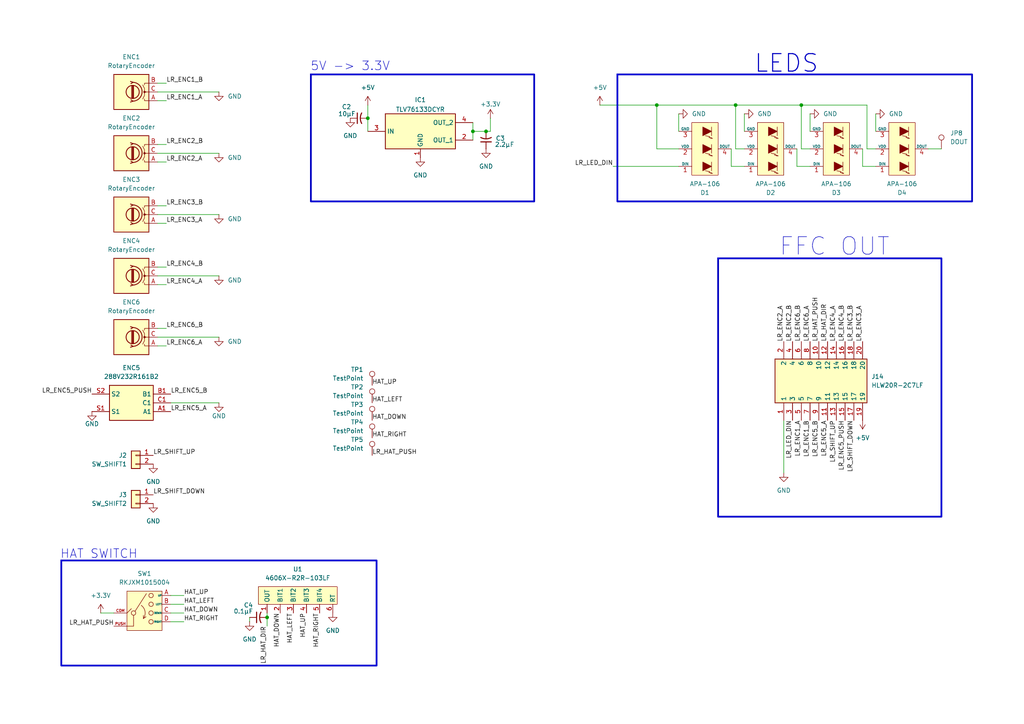
<source format=kicad_sch>
(kicad_sch (version 20250114) (generator "eeschema") (generator_version "9.0")
  (paper "A4")
  (lib_symbols
    (symbol "Connector:TestPoint" (pin_numbers (hide yes)) (pin_names (offset 0.762) (hide yes))
      (property "Reference" "TP" (at 0 6.858 0))
      (property "Value" "TestPoint" (at 0 5.08 0))
      (symbol "TestPoint_0_1"
        (circle (center 0 3.302) (radius 0.762))
      )
      (symbol "TestPoint_1_1"
        (pin passive line (at 0 0 90) (length 2.54) (name "1") (number "1"))
      )
    )
    (symbol "Connector_Generic:Conn_01x02" (pin_names (offset 1.016) (hide yes))
      (property "Reference" "J" (at 0 2.54 0))
      (property "Value" "Conn_01x02" (at 0 -5.08 0))
      (symbol "Conn_01x02_1_1"
        (rectangle (start -1.27 1.27) (end 1.27 -3.81) (stroke (width 0.254)) (fill (type background)))
        (rectangle (start -1.27 0.127) (end 0 -0.127) (stroke (width 0.1524)))
        (rectangle (start -1.27 -2.413) (end 0 -2.667) (stroke (width 0.1524)))
        (pin passive line (at -5.08 0 0) (length 3.81) (name "Pin_1") (number "1"))
        (pin passive line (at -5.08 -2.54 0) (length 3.81) (name "Pin_2") (number "2"))
      )
    )
    (symbol "Device:C_Small_US" (pin_numbers (hide yes)) (pin_names (offset 0.254) (hide yes))
      (property "Reference" "C" (at 0.254 1.778 0))
      (property "Value" "C_Small_US" (at 0.254 -2.032 0))
      (symbol "C_Small_US_0_1"
        (polyline (pts (xy -1.524 0.508) (xy 1.524 0.508)) (stroke (width 0.3048)))
        (arc (start -1.524 -0.762) (mid 0 -0.3734) (end 1.524 -0.762) (stroke (width 0.3048)))
      )
      (symbol "C_Small_US_1_1"
        (pin passive line (at 0 2.54 270) (length 2.032) (name "~") (number "1"))
        (pin passive line (at 0 -2.54 90) (length 2.032) (name "~") (number "2"))
      )
    )
    (symbol "Device:RotaryEncoder" (pin_names (offset 0.254) (hide yes))
      (property "Reference" "SW" (at 0 6.604 0))
      (property "Value" "RotaryEncoder" (at 0 -6.604 0))
      (symbol "RotaryEncoder_0_1"
        (rectangle (start -5.08 5.08) (end 5.08 -5.08) (stroke (width 0.254)) (fill (type background)))
        (polyline (pts (xy -5.08 2.54) (xy -3.81 2.54) (xy -3.81 2.032)))
        (polyline (pts (xy -5.08 0) (xy -3.81 0) (xy -3.81 -1.016) (xy -3.302 -2.032)))
        (polyline (pts (xy -5.08 -2.54) (xy -3.81 -2.54) (xy -3.81 -2.032)))
        (polyline (pts (xy -4.318 0) (xy -3.81 0) (xy -3.81 1.016) (xy -3.302 2.032)))
        (circle (center -3.81 0) (radius 0.254) (fill (type outline)))
        (polyline (pts (xy -0.635 -1.778) (xy -0.635 1.778)) (stroke (width 0.254)))
        (circle (center -0.381 0) (radius 1.905) (stroke (width 0.254)))
        (polyline (pts (xy -0.381 -1.778) (xy -0.381 1.778)) (stroke (width 0.254)))
        (arc (start -0.381 -2.794) (mid -3.0988 -0.0635) (end -0.381 2.667) (stroke (width 0.254)))
        (polyline (pts (xy -0.127 1.778) (xy -0.127 -1.778)) (stroke (width 0.254)))
        (polyline (pts (xy 0.254 2.921) (xy -0.508 2.667) (xy 0.127 2.286)) (stroke (width 0.254)))
        (polyline (pts (xy 0.254 -3.048) (xy -0.508 -2.794) (xy 0.127 -2.413)) (stroke (width 0.254)))
      )
      (symbol "RotaryEncoder_1_1"
        (pin passive line (at -7.62 2.54 0) (length 2.54) (name "A") (number "A"))
        (pin passive line (at -7.62 0 0) (length 2.54) (name "C") (number "C"))
        (pin passive line (at -7.62 -2.54 0) (length 2.54) (name "B") (number "B"))
      )
    )
    (symbol "SamacSys_Parts:288V232R161B2"
      (property "Reference" "IC" (at 10.668 6.35 0))
      (property "Value" "288V232R161B2" (at 3.556 4.572 0))
      (symbol "288V232R161B2_1_1"
        (rectangle (start 5.08 2.54) (end 17.78 -7.62) (stroke (width 0.254)) (fill (type background)))
        (pin passive line (at 0 0 0) (length 5.08) (name "A1") (number "A1"))
        (pin passive line (at 0 -2.54 0) (length 5.08) (name "C1") (number "C1"))
        (pin passive line (at 0 -5.08 0) (length 5.08) (name "B1") (number "B1"))
        (pin passive line (at 22.86 0 180) (length 5.08) (name "S1") (number "S1"))
        (pin passive line (at 22.86 -5.08 180) (length 5.08) (name "S2") (number "S2"))
      )
    )
    (symbol "SamacSys_Parts:4606X-R2R-103LF"
      (property "Reference" "U" (at 0 5.842 0))
      (property "Value" "4606X-R2R-103LF" (at 0 3.81 0))
      (symbol "4606X-R2R-103LF_0_1"
        (rectangle (start -11.43 2.54) (end 11.43 -2.54) (fill (type background)))
      )
      (symbol "4606X-R2R-103LF_1_1"
        (pin output line (at -8.89 -5.08 90) (length 2.54) (name "OUT") (number "1"))
        (pin input line (at -5.08 -5.08 90) (length 2.54) (name "BIT1") (number "2"))
        (pin input line (at -1.27 -5.08 90) (length 2.54) (name "BIT2") (number "3"))
        (pin input line (at 2.54 -5.08 90) (length 2.54) (name "BIT3") (number "4"))
        (pin input line (at 6.35 -5.08 90) (length 2.54) (name "BIT4") (number "5"))
        (pin passive line (at 10.16 -5.08 90) (length 2.54) (name "RT") (number "6"))
      )
    )
    (symbol "SamacSys_Parts:APA-106" (pin_names (offset 0))
      (property "Reference" "D" (at 0 8.89 0))
      (property "Value" "APA-106" (at 0 -8.89 0))
      (symbol "APA-106_0_1"
        (polyline (pts (xy -1.905 6.35) (xy -1.905 3.81) (xy -1.905 3.81)))
        (polyline (pts (xy -1.905 1.27) (xy -1.905 -1.27) (xy -1.905 -1.27)))
        (polyline (pts (xy -1.905 -3.81) (xy -1.905 -6.35) (xy -1.905 -6.35)))
        (polyline (pts (xy -1.651 7.112) (xy -2.159 7.112) (xy -1.651 6.858) (xy -1.651 6.858)))
        (polyline (pts (xy -1.651 2.032) (xy -2.159 2.032) (xy -1.651 1.778) (xy -1.651 1.778)))
        (polyline (pts (xy -1.651 -3.048) (xy -2.159 -3.048) (xy -1.651 -3.302) (xy -1.651 -3.302)))
        (polyline (pts (xy -0.127 6.35) (xy -1.397 6.604) (xy -1.143 6.858) (xy -2.159 7.112) (xy -2.159 7.112) (xy -2.159 7.112)))
        (polyline (pts (xy -0.127 1.27) (xy -1.397 1.524) (xy -1.143 1.778) (xy -2.159 2.032) (xy -2.159 2.032) (xy -2.159 2.032)))
        (polyline (pts (xy -0.127 -3.81) (xy -1.397 -3.556) (xy -1.143 -3.302) (xy -2.159 -3.048) (xy -2.159 -3.048) (xy -2.159 -3.048)))
        (polyline (pts (xy 0.635 6.35) (xy 0.635 3.81) (xy -1.905 5.08) (xy 0.635 6.35) (xy 0.635 6.35) (xy 0.635 6.35)) (fill (type outline)))
        (polyline (pts (xy 0.635 1.27) (xy 0.635 -1.27) (xy -1.905 0) (xy 0.635 1.27) (xy 0.635 1.27) (xy 0.635 1.27)) (fill (type outline)))
        (polyline (pts (xy 0.635 -3.81) (xy 0.635 -6.35) (xy -1.905 -5.08) (xy 0.635 -3.81) (xy 0.635 -3.81) (xy 0.635 -3.81)) (fill (type outline)))
        (rectangle (start 3.81 7.62) (end -3.81 -7.62) (fill (type background)))
      )
      (symbol "APA-106_1_1"
        (pin output line (at -7.62 0 0) (length 3.81) (name "DOUT") (number "4"))
        (pin input line (at 7.62 5.08 180) (length 3.81) (name "DIN") (number "1"))
        (pin passive line (at 7.62 0 180) (length 3.81) (name "VDD") (number "2"))
        (pin passive line (at 7.62 -5.08 180) (length 3.81) (name "GND") (number "3"))
      )
    )
    (symbol "SamacSys_Parts:HLW20R-2C7LF"
      (property "Reference" "J" (at 9.398 7.112 0))
      (property "Value" "HLW20R-2C7LF" (at 4.064 4.826 0))
      (symbol "HLW20R-2C7LF_1_1"
        (rectangle (start 5.08 2.54) (end 17.78 -24.13) (stroke (width 0.254)) (fill (type background)))
        (pin passive line (at 0 0 0) (length 5.08) (name "1") (number "1"))
        (pin passive line (at 0 -2.54 0) (length 5.08) (name "3") (number "3"))
        (pin passive line (at 0 -5.08 0) (length 5.08) (name "5") (number "5"))
        (pin passive line (at 0 -7.62 0) (length 5.08) (name "7") (number "7"))
        (pin passive line (at 0 -10.16 0) (length 5.08) (name "9") (number "9"))
        (pin passive line (at 0 -12.7 0) (length 5.08) (name "11") (number "11"))
        (pin passive line (at 0 -15.24 0) (length 5.08) (name "13") (number "13"))
        (pin passive line (at 0 -17.78 0) (length 5.08) (name "15") (number "15"))
        (pin input line (at 0 -20.32 0) (length 5.08) (name "17") (number "17"))
        (pin input line (at 0 -22.86 0) (length 5.08) (name "19") (number "19"))
        (pin passive line (at 22.86 0 180) (length 5.08) (name "2") (number "2"))
        (pin passive line (at 22.86 -2.54 180) (length 5.08) (name "4") (number "4"))
        (pin passive line (at 22.86 -5.08 180) (length 5.08) (name "6") (number "6"))
        (pin passive line (at 22.86 -7.62 180) (length 5.08) (name "8") (number "8"))
        (pin passive line (at 22.86 -10.16 180) (length 5.08) (name "10") (number "10"))
        (pin passive line (at 22.86 -12.7 180) (length 5.08) (name "12") (number "12"))
        (pin passive line (at 22.86 -15.24 180) (length 5.08) (name "14") (number "14"))
        (pin passive line (at 22.86 -17.78 180) (length 5.08) (name "16") (number "16"))
        (pin input line (at 22.86 -20.32 180) (length 5.08) (name "18") (number "18"))
        (pin input line (at 22.86 -22.86 180) (length 5.08) (name "20") (number "20"))
      )
    )
    (symbol "SamacSys_Parts:RKJXM1015004" (pin_names (offset 0.002))
      (property "Reference" "SW1" (at 0 11.43 0))
      (property "Value" "RKJXM1015004" (at 0 8.89 0))
      (symbol "RKJXM1015004_0_1"
        (polyline (pts (xy -5.08 0) (xy -3.81 1.27)))
        (polyline (pts (xy -5.08 -3.81) (xy -3.1998 -3.81)))
        (circle (center -3.175 0) (radius 0.635))
        (polyline (pts (xy -3.168 -3.8037) (xy -3.1699 -0.6547)))
        (polyline (pts (xy -2.7432 0.508) (xy 0.5458 5.6117)))
        (arc (start -0.9526 2.2225) (mid 0.154 0.449) (end -0.3176 -1.5875))
        (polyline (pts (xy -0.3176 -1.5875) (xy -0.3176 -0.6985)))
        (polyline (pts (xy -0.3176 -1.5875) (xy -0.3176 -1.5875)))
        (polyline (pts (xy -0.3176 -1.5875) (xy 0.4444 -1.0795)))
        (polyline (pts (xy 0.3174 -1.5875) (xy 0.3174 -1.5875)))
        (circle (center 1.905 5.08) (radius 0.635))
        (circle (center 1.905 2.54) (radius 0.635))
        (circle (center 1.905 0) (radius 0.635))
        (circle (center 1.905 -2.54) (radius 0.635))
      )
      (symbol "RKJXM1015004_1_1"
        (polyline (pts (xy -5.08 6.35) (xy 5.08 6.35) (xy 5.08 -5.08) (xy -5.08 -5.08) (xy -5.08 6.35) (xy -5.08 6.35)) (fill (type background)))
        (pin passive line (at -8.89 0 0) (length 3.81) (name "") (number "COM"))
        (pin passive line (at -8.89 -3.81 0) (length 3.81) (name "") (number "PUSH"))
        (pin passive line (at 7.62 5.08 180) (length 2.54) (name "UP") (number "A"))
        (pin passive line (at 7.62 2.54 180) (length 2.54) (name "LEFT") (number "B"))
        (pin passive line (at 7.62 0 180) (length 2.54) (name "DOWN") (number "C"))
        (pin passive line (at 7.62 -2.54 180) (length 2.54) (name "RIGHT") (number "D"))
      )
    )
    (symbol "SamacSys_Parts:TLV76133DCYR"
      (property "Reference" "IC" (at -0.762 8.89 0))
      (property "Value" "TLV76133DCYR" (at -7.112 7.112 0))
      (symbol "TLV76133DCYR_1_1"
        (rectangle (start -10.16 5.08) (end 10.16 -5.08) (stroke (width 0.254)) (fill (type background)))
        (pin passive line (at -15.24 0 0) (length 5.08) (name "IN") (number "3"))
        (pin passive line (at 0 -7.62 90) (length 2.54) (name "GND") (number "1"))
        (pin passive line (at 15.24 2.54 180) (length 5.08) (name "OUT_2") (number "4"))
        (pin passive line (at 15.24 -2.54 180) (length 5.08) (name "OUT_1") (number "2"))
      )
    )
    (symbol "power:+3.3V" (power) (pin_numbers (hide yes)) (pin_names (offset 0) (hide yes))
      (property "Value" "+3.3V" (at 0 3.556 0))
      (symbol "+3.3V_0_1"
        (polyline (pts (xy -0.762 1.27) (xy 0 2.54)))
        (polyline (pts (xy 0 2.54) (xy 0.762 1.27)))
        (polyline (pts (xy 0 0) (xy 0 2.54)))
      )
      (symbol "+3.3V_1_1"
        (pin power_in line (at 0 0 90) (length 0) (name "~") (number "1"))
      )
    )
    (symbol "power:+5V" (power) (pin_numbers (hide yes)) (pin_names (offset 0) (hide yes))
      (property "Value" "+5V" (at 0 3.556 0))
      (symbol "+5V_0_1"
        (polyline (pts (xy -0.762 1.27) (xy 0 2.54)))
        (polyline (pts (xy 0 2.54) (xy 0.762 1.27)))
        (polyline (pts (xy 0 0) (xy 0 2.54)))
      )
      (symbol "+5V_1_1"
        (pin power_in line (at 0 0 90) (length 0) (name "~") (number "1"))
      )
    )
    (symbol "power:GND" (power) (pin_numbers (hide yes)) (pin_names (offset 0) (hide yes))
      (property "Value" "GND" (at 0 -3.81 0))
      (symbol "GND_0_1"
        (polyline (pts (xy 0 0) (xy 0 -1.27) (xy 1.27 -1.27) (xy 0 -2.54) (xy -1.27 -1.27) (xy 0 -1.27)))
      )
      (symbol "GND_1_1"
        (pin power_in line (at 0 0 270) (length 0) (name "~") (number "1"))
      )
    )
  )
  (rectangle (start 179.07 21.59) (end 281.94 58.42) (stroke (width 0.508)))
  (rectangle (start 90.17 21.59) (end 154.94 58.42) (stroke (width 0.508)))
  (rectangle (start 17.78 162.56) (end 109.22 193.04) (stroke (width 0.508)))
  (rectangle (start 208.28 74.93) (end 273.05 149.86) (stroke (width 0.508)))
  (text "FFC OUT\n" (at 242.062 71.628 0) (effects (font (size 5.08 5.08))))
  (text "EXPLORE CONNECTOR OPTIONS\n" (at 144.526 -4.572 0) (effects (font (size 2.54 2.54))))
  (text "HAT SWITCH" (at 28.702 160.782 0) (effects (font (size 2.54 2.54))))
  (text "UPDATE PUSHBUTTON ENCODER FOOTPRINT" (at 155.702 -9.652 0) (effects (font (size 2.54 2.54))))
  (text "5V -> 3.3V" (at 101.6 19.304 0) (effects (font (size 2.54 2.54))))
  (text "LEDS" (at 228.092 18.542 0) (effects (font (size 5.08 5.08) (thickness 0.3175))))
  (junction (at 232.41 30.48))
  (junction (at 190.5 30.48))
  (junction (at 106.68 34.29))
  (junction (at 140.97 38.1))
  (junction (at 77.47 179.07))
  (junction (at 137.16 38.1))
  (junction (at 213.36 30.48))
  (wire (pts (xy 254 33.02) (xy 254 38.1)))
  (wire (pts (xy 45.72 44.45) (xy 63.5 44.45)))
  (wire (pts (xy 45.72 100.33) (xy 48.26 100.33)))
  (wire (pts (xy 137.16 35.56) (xy 137.16 38.1)))
  (wire (pts (xy 45.72 29.21) (xy 48.26 29.21)))
  (wire (pts (xy 250.19 43.18) (xy 250.19 48.26)))
  (wire (pts (xy 196.85 33.02) (xy 196.85 38.1)))
  (wire (pts (xy 213.36 30.48) (xy 232.41 30.48)))
  (wire (pts (xy 234.95 33.02) (xy 234.95 38.1)))
  (wire (pts (xy 231.14 48.26) (xy 234.95 48.26)))
  (wire (pts (xy 45.72 64.77) (xy 48.26 64.77)))
  (wire (pts (xy 227.33 121.92) (xy 227.33 137.16)))
  (wire (pts (xy 173.99 30.48) (xy 190.5 30.48)))
  (wire (pts (xy 142.24 38.1) (xy 142.24 34.29)))
  (wire (pts (xy 212.09 43.18) (xy 212.09 48.26)))
  (wire (pts (xy 45.72 97.79) (xy 63.5 97.79)))
  (wire (pts (xy 77.47 179.07) (xy 77.47 181.61)))
  (wire (pts (xy 45.72 59.69) (xy 48.26 59.69)))
  (wire (pts (xy 49.53 177.8) (xy 53.34 177.8)))
  (wire (pts (xy 190.5 43.18) (xy 190.5 30.48)))
  (wire (pts (xy 45.72 77.47) (xy 48.26 77.47)))
  (wire (pts (xy 251.46 43.18) (xy 254 43.18)))
  (wire (pts (xy 106.68 30.48) (xy 106.68 34.29)))
  (wire (pts (xy 250.19 48.26) (xy 254 48.26)))
  (wire (pts (xy 234.95 43.18) (xy 232.41 43.18)))
  (wire (pts (xy 45.72 41.91) (xy 48.26 41.91)))
  (wire (pts (xy 49.53 172.72) (xy 53.34 172.72)))
  (wire (pts (xy 196.85 43.18) (xy 190.5 43.18)))
  (wire (pts (xy 251.46 30.48) (xy 251.46 43.18)))
  (wire (pts (xy 72.39 179.07) (xy 72.39 180.34)))
  (wire (pts (xy 269.24 43.18) (xy 273.05 43.18)))
  (wire (pts (xy 232.41 30.48) (xy 251.46 30.48)))
  (wire (pts (xy 106.68 34.29) (xy 106.68 38.1)))
  (wire (pts (xy 45.72 82.55) (xy 48.26 82.55)))
  (wire (pts (xy 231.14 43.18) (xy 231.14 48.26)))
  (wire (pts (xy 49.53 175.26) (xy 53.34 175.26)))
  (wire (pts (xy 137.16 38.1) (xy 140.97 38.1)))
  (wire (pts (xy 140.97 38.1) (xy 142.24 38.1)))
  (wire (pts (xy 212.09 48.26) (xy 215.9 48.26)))
  (wire (pts (xy 177.8 48.26) (xy 196.85 48.26)))
  (wire (pts (xy 137.16 38.1) (xy 137.16 40.64)))
  (wire (pts (xy 77.47 177.8) (xy 77.47 179.07)))
  (wire (pts (xy 45.72 24.13) (xy 48.26 24.13)))
  (wire (pts (xy 45.72 80.01) (xy 63.5 80.01)))
  (wire (pts (xy 45.72 26.67) (xy 63.5 26.67)))
  (wire (pts (xy 49.53 180.34) (xy 53.34 180.34)))
  (wire (pts (xy 215.9 33.02) (xy 215.9 38.1)))
  (wire (pts (xy 215.9 43.18) (xy 213.36 43.18)))
  (wire (pts (xy 29.21 177.8) (xy 33.02 177.8)))
  (wire (pts (xy 49.53 116.84) (xy 63.5 116.84)))
  (wire (pts (xy 190.5 30.48) (xy 213.36 30.48)))
  (wire (pts (xy 45.72 95.25) (xy 48.26 95.25)))
  (wire (pts (xy 232.41 43.18) (xy 232.41 30.48)))
  (wire (pts (xy 45.72 46.99) (xy 48.26 46.99)))
  (wire (pts (xy 213.36 43.18) (xy 213.36 30.48)))
  (wire (pts (xy 45.72 62.23) (xy 63.5 62.23)))
  (label "LR_ENC3_B" (at 48.26 59.69 0))
  (label "LR_LED_DIN" (at 229.87 121.92 270))
  (label "LR_ENC5_A" (at 240.03 121.92 270))
  (label "HAT_DOWN" (at 53.34 177.8 0))
  (label "LR_HAT_PUSH" (at 107.95 132.08 0))
  (label "LR_ENC6_A" (at 48.26 100.33 0))
  (label "LR_ENC6_B" (at 232.41 99.06 90))
  (label "LR_ENC4_A" (at 437.1601 14.8291 90))
  (label "HAT_RIGHT" (at 92.71 177.8 270))
  (label "LR_ENC1_B" (at 48.26 24.13 0))
  (label "LR_ENC5_PUSH" (at 26.67 114.3 180))
  (label "LR_ENC4_B" (at 48.26 77.47 0))
  (label "LR_ENC5_PUSH" (at 245.11 121.92 270))
  (label "LR_ENC3_A" (at 250.19 99.06 90))
  (label "LR_ENC1_A" (at 232.41 121.92 270))
  (label "LR_ENC2_B" (at 229.87 99.06 90))
  (label "LR_ENC1_B" (at 234.95 121.92 270))
  (label "LR_HAT_DIR" (at 77.47 181.61 270))
  (label "LR_ENC4_A" (at 242.57 99.06 90))
  (label "LR_SHIFT_DOWN" (at 247.65 121.92 270))
  (label "LR_HAT_DIR" (at 240.03 99.06 90))
  (label "HAT_LEFT" (at 53.34 175.26 0))
  (label "LR_ENC2_A" (at 48.26 46.99 0))
  (label "HAT_DOWN" (at 81.28 177.8 270))
  (label "HAT_RIGHT" (at 107.95 127 0))
  (label "HAT_UP" (at 88.9 177.8 270))
  (label "HAT_UP" (at 107.95 111.76 0))
  (label "LR_ENC4_A" (at 48.26 82.55 0))
  (label "LR_ENC4_B" (at 245.11 99.06 90))
  (label "LR_SHIFT_DOWN" (at 44.45 143.51 0))
  (label "LR_SHIFT_UP" (at 44.45 132.08 0))
  (label "LR_ENC6_B" (at 48.26 95.25 0))
  (label "LR_ENC2_A" (at 227.33 99.06 90))
  (label "LR_LED_DIN" (at 177.8 48.26 180))
  (label "LR_ENC4_B" (at 439.7001 14.8291 90))
  (label "HAT_RIGHT" (at 53.34 180.34 0))
  (label "LR_SHIFT_UP" (at 242.57 121.92 270))
  (label "HAT_DOWN" (at 107.95 121.92 0))
  (label "HAT_LEFT" (at 85.09 177.8 270))
  (label "LR_ENC5_B" (at 237.49 121.92 270))
  (label "LR_HAT_PUSH" (at 237.49 99.06 90))
  (label "HAT_UP" (at 53.34 172.72 0))
  (label "LR_ENC3_A" (at 48.26 64.77 0))
  (label "LR_ENC5_B" (at 49.53 114.3 0))
  (label "LR_ENC6_A" (at 234.95 99.06 90))
  (label "LR_ENC5_A" (at 49.53 119.38 0))
  (label "LR_ENC2_B" (at 48.26 41.91 0))
  (label "HAT_LEFT" (at 107.95 116.84 0))
  (label "LR_HAT_PUSH" (at 33.02 181.61 180))
  (label "LR_ENC1_A" (at 48.26 29.21 0))
  (label "LR_ENC3_B" (at 247.65 99.06 90))
  (symbol (lib_id "power:GND") (at 234.95 33.02 90) (unit 1)
    (property "Reference" "#PWR017" (effects (hide yes)))
    (property "Value" "GND" (at 238.76 33.0199 90) (effects (justify right)))
    (property "Description" "Power symbol creates a global label with name \"GND\" , ground" (effects (hide yes)))
  )
  (symbol (lib_id "Device:RotaryEncoder") (at 38.1 26.67 180) (unit 1)
    (property "Reference" "ENC1" (at 38.1 16.51 0))
    (property "Value" "RotaryEncoder" (at 38.1 19.05 0))
    (property "Footprint" "SamacSys_Parts:288T Encoder" (effects (hide yes)))
    (property "Description" "Rotary encoder, dual channel, incremental quadrate outputs" (effects (hide yes)))
  )
  (symbol (lib_id "Connector:TestPoint") (at 107.95 116.84 0) (mirror y) (unit 1)
    (property "Reference" "TP2" (at 105.41 112.2679 0) (effects (justify left)))
    (property "Value" "TestPoint" (at 105.41 114.8079 0) (effects (justify left)))
    (property "Footprint" "TestPoint:TestPoint_Keystone_5010-5014_Multipurpose" (effects (hide yes)))
    (property "Description" "test point" (effects (hide yes)))
  )
  (symbol (lib_id "Connector:TestPoint") (at 107.95 132.08 0) (mirror y) (unit 1)
    (property "Reference" "TP5" (at 105.41 127.5079 0) (effects (justify left)))
    (property "Value" "TestPoint" (at 105.41 130.0479 0) (effects (justify left)))
    (property "Footprint" "TestPoint:TestPoint_Keystone_5010-5014_Multipurpose" (effects (hide yes)))
    (property "Description" "test point" (effects (hide yes)))
  )
  (symbol (lib_id "Connector_Generic:Conn_01x02") (at 39.37 132.08 0) (mirror y) (unit 1)
    (property "Reference" "J2" (at 36.83 132.0799 0) (effects (justify left)))
    (property "Value" "SW_SHIFT1" (at 36.83 134.6199 0) (effects (justify left)))
    (property "Footprint" "SamacSys_Parts:JST_S02B-PASK-2" (effects (hide yes)))
    (property "Description" "Generic connector, single row, 01x02, script generated (kicad-library-utils/schlib/autogen/connector/)" (effects (hide yes)))
  )
  (symbol (lib_id "power:GND") (at 215.9 33.02 90) (unit 1)
    (property "Reference" "#PWR016" (effects (hide yes)))
    (property "Value" "GND" (at 219.71 33.0199 90) (effects (justify right)))
    (property "Description" "Power symbol creates a global label with name \"GND\" , ground" (effects (hide yes)))
  )
  (symbol (lib_id "Connector_Generic:Conn_01x02") (at 39.37 143.51 0) (mirror y) (unit 1)
    (property "Reference" "J3" (at 36.83 143.5099 0) (effects (justify left)))
    (property "Value" "SW_SHIFT2" (at 36.83 146.0499 0) (effects (justify left)))
    (property "Footprint" "SamacSys_Parts:JST_S02B-PASK-2" (effects (hide yes)))
    (property "Description" "Generic connector, single row, 01x02, script generated (kicad-library-utils/schlib/autogen/connector/)" (effects (hide yes)))
  )
  (symbol (lib_id "power:GND") (at 26.67 119.38 0) (unit 1)
    (property "Reference" "#PWR08" (effects (hide yes)))
    (property "Value" "GND" (at 26.67 122.936 0))
    (property "Description" "Power symbol creates a global label with name \"GND\" , ground" (effects (hide yes)))
  )
  (symbol (lib_id "power:GND") (at 63.5 97.79 0) (unit 1)
    (property "Reference" "#PWR05" (effects (hide yes)))
    (property "Value" "GND" (at 66.04 99.0599 0) (effects (justify left)))
    (property "Description" "Power symbol creates a global label with name \"GND\" , ground" (effects (hide yes)))
  )
  (symbol (lib_id "SamacSys_Parts:APA-106") (at 223.52 43.18 180) (unit 1)
    (property "Reference" "D2" (at 223.52 55.88 0))
    (property "Value" "APA-106" (at 223.52 53.34 0))
    (property "Footprint" "SamacSys_Parts:LED_D5.0mm-APA106" (effects (hide yes)))
  )
  (symbol (lib_id "SamacSys_Parts:4606X-R2R-103LF") (at 86.36 172.72 0) (unit 1)
    (property "Reference" "U1" (at 86.36 165.1 0))
    (property "Value" "4606X-R2R-103LF" (at 86.36 167.64 0))
    (property "Footprint" "PCM_Resistor_THT_US_AKL:R_Array_SIP6_BigPads" (effects (hide yes)))
  )
  (symbol (lib_id "power:+5V") (at 173.99 30.48 0) (unit 1)
    (property "Reference" "#PWR020" (effects (hide yes)))
    (property "Value" "+5V" (at 173.99 25.4 0))
    (property "Description" "Power symbol creates a global label with name \"+5V\"" (effects (hide yes)))
  )
  (symbol (lib_id "SamacSys_Parts:APA-106") (at 204.47 43.18 180) (unit 1)
    (property "Reference" "D1" (at 204.47 55.88 0))
    (property "Value" "APA-106" (at 204.47 53.34 0))
    (property "Footprint" "SamacSys_Parts:LED_D5.0mm-APA106" (effects (hide yes)))
  )
  (symbol (lib_id "Connector:TestPoint") (at 107.95 121.92 0) (mirror y) (unit 1)
    (property "Reference" "TP3" (at 105.41 117.3479 0) (effects (justify left)))
    (property "Value" "TestPoint" (at 105.41 119.8879 0) (effects (justify left)))
    (property "Footprint" "TestPoint:TestPoint_Keystone_5010-5014_Multipurpose" (effects (hide yes)))
    (property "Description" "test point" (effects (hide yes)))
  )
  (symbol (lib_id "power:GND") (at 121.92 45.72 0) (unit 1)
    (property "Reference" "#PWR035" (effects (hide yes)))
    (property "Value" "GND" (at 121.92 50.8 0))
    (property "Description" "Power symbol creates a global label with name \"GND\" , ground" (effects (hide yes)))
  )
  (symbol (lib_id "Connector:TestPoint") (at 273.05 43.18 0) (unit 1)
    (property "Reference" "JP8" (at 275.59 38.6079 0) (effects (justify left)))
    (property "Value" "DOUT" (at 275.59 41.1479 0) (effects (justify left)))
    (property "Footprint" "TestPoint:TestPoint_Keystone_5010-5014_Multipurpose" (effects (hide yes)))
    (property "Description" "test point" (effects (hide yes)))
  )
  (symbol (lib_id "SamacSys_Parts:RKJXM1015004") (at 41.91 177.8 0) (unit 1)
    (property "Reference" "SW1" (at 41.91 166.37 0))
    (property "Value" "RKJXM1015004" (at 41.91 168.91 0))
    (property "Footprint" "SamacSys_Parts:RKJXM1015004" (effects (hide yes)))
    (property "Datasheet" "https://mm.digikey.com/Volume0/opasdata/d220001/medias/docus/6727/RKJXM-1662398-1-4.pdf" (effects (hide yes)))
    (property "Description" "8-directional Stick Switch (with Center-push Function)" (effects (hide yes)))
  )
  (symbol (lib_id "power:GND") (at 63.5 80.01 0) (unit 1)
    (property "Reference" "#PWR04" (effects (hide yes)))
    (property "Value" "GND" (at 66.04 81.2799 0) (effects (justify left)))
    (property "Description" "Power symbol creates a global label with name \"GND\" , ground" (effects (hide yes)))
  )
  (symbol (lib_id "power:GND") (at 96.52 177.8 0) (unit 1)
    (property "Reference" "#PWR033" (effects (hide yes)))
    (property "Value" "GND" (at 96.52 182.88 0))
    (property "Description" "Power symbol creates a global label with name \"GND\" , ground" (effects (hide yes)))
  )
  (symbol (lib_id "power:GND") (at 44.45 134.62 0) (mirror y) (unit 1)
    (property "Reference" "#PWR012" (effects (hide yes)))
    (property "Value" "GND" (at 44.45 139.7 0))
    (property "Description" "Power symbol creates a global label with name \"GND\" , ground" (effects (hide yes)))
  )
  (symbol (lib_id "power:GND") (at 44.45 146.05 0) (mirror y) (unit 1)
    (property "Reference" "#PWR014" (effects (hide yes)))
    (property "Value" "GND" (at 44.45 151.13 0))
    (property "Description" "Power symbol creates a global label with name \"GND\" , ground" (effects (hide yes)))
  )
  (symbol (lib_id "power:GND") (at 63.5 44.45 0) (unit 1)
    (property "Reference" "#PWR02" (effects (hide yes)))
    (property "Value" "GND" (at 66.04 45.7199 0) (effects (justify left)))
    (property "Description" "Power symbol creates a global label with name \"GND\" , ground" (effects (hide yes)))
  )
  (symbol (lib_id "power:+5V") (at 250.19 121.92 180) (unit 1)
    (property "Reference" "#PWR027" (effects (hide yes)))
    (property "Value" "+5V" (at 250.19 127 0))
    (property "Description" "Power symbol creates a global label with name \"+5V\"" (effects (hide yes)))
  )
  (symbol (lib_id "power:GND") (at 101.6 34.29 0) (unit 1)
    (property "Reference" "#PWR036" (effects (hide yes)))
    (property "Value" "GND" (at 101.6 39.37 0))
    (property "Description" "Power symbol creates a global label with name \"GND\" , ground" (effects (hide yes)))
  )
  (symbol (lib_id "power:GND") (at 63.5 26.67 0) (unit 1)
    (property "Reference" "#PWR01" (effects (hide yes)))
    (property "Value" "GND" (at 66.04 27.9399 0) (effects (justify left)))
    (property "Description" "Power symbol creates a global label with name \"GND\" , ground" (effects (hide yes)))
  )
  (symbol (lib_id "power:+3.3V") (at 29.21 177.8 0) (unit 1)
    (property "Reference" "#PWR07" (effects (hide yes)))
    (property "Value" "+3.3V" (at 29.21 172.72 0))
    (property "Description" "Power symbol creates a global label with name \"+3.3V\"" (effects (hide yes)))
  )
  (symbol (lib_id "Device:RotaryEncoder") (at 38.1 44.45 180) (unit 1)
    (property "Reference" "ENC2" (at 38.1 34.29 0))
    (property "Value" "RotaryEncoder" (at 38.1 36.83 0))
    (property "Footprint" "SamacSys_Parts:288T Encoder" (effects (hide yes)))
    (property "Description" "Rotary encoder, dual channel, incremental quadrate outputs" (effects (hide yes)))
  )
  (symbol (lib_id "SamacSys_Parts:APA-106") (at 242.57 43.18 180) (unit 1)
    (property "Reference" "D3" (at 242.57 55.88 0))
    (property "Value" "APA-106" (at 242.57 53.34 0))
    (property "Footprint" "SamacSys_Parts:LED_D5.0mm-APA106" (effects (hide yes)))
  )
  (symbol (lib_id "SamacSys_Parts:TLV76133DCYR") (at 121.92 38.1 0) (unit 1)
    (property "Reference" "IC1" (at 121.92 28.956 0))
    (property "Value" "TLV76133DCYR" (at 121.92 31.75 0))
    (property "Footprint" "SamacSys_Parts:SOT230P700X180-4N" (effects (hide yes)))
    (property "Datasheet" "https://www.ti.com/lit/ds/symlink/tlv761.pdf?ts=1679984111185&ref_url=https%253A%252F%252Fwww.ti.com%252Fsitesearch%252Fen-us%252Fdocs%252Funiversalsearch.tsp%253FlangPref%253Den-US%2526searchTerm%253DTLV76133DCYR%2526nr%253D2" (effects (hide yes)))
    (property "Description" "Linear Voltage Regulators 1-A 16-V high-PSRR linear voltage regulator" (effects (hide yes)))
    (property "Height" "1.8" (effects (hide yes)))
    (property "Mouser Part Number" "595-TLV76133DCYR" (effects (hide yes)))
    (property "Mouser Price/Stock" "https://www.mouser.co.uk/ProductDetail/Texas-Instruments/TLV76133DCYR?qs=9vOqFld9vZV5BPjUhjTZUA%3D%3D" (effects (hide yes)))
    (property "Manufacturer_Name" "Texas Instruments" (effects (hide yes)))
    (property "Manufacturer_Part_Number" "TLV76133DCYR" (effects (hide yes)))
  )
  (symbol (lib_id "power:GND") (at 72.39 180.34 0) (unit 1)
    (property "Reference" "#PWR038" (effects (hide yes)))
    (property "Value" "GND" (at 72.39 185.42 0))
    (property "Description" "Power symbol creates a global label with name \"GND\" , ground" (effects (hide yes)))
  )
  (symbol (lib_id "power:GND") (at 63.5 116.84 0) (unit 1)
    (property "Reference" "#PWR09" (effects (hide yes)))
    (property "Value" "GND" (at 63.5 120.65 0))
    (property "Description" "Power symbol creates a global label with name \"GND\" , ground" (effects (hide yes)))
  )
  (symbol (lib_id "power:GND") (at 196.85 33.02 90) (unit 1)
    (property "Reference" "#PWR015" (effects (hide yes)))
    (property "Value" "GND" (at 200.66 33.0199 90) (effects (justify right)))
    (property "Description" "Power symbol creates a global label with name \"GND\" , ground" (effects (hide yes)))
  )
  (symbol (lib_id "Connector:TestPoint") (at 107.95 127 0) (mirror y) (unit 1)
    (property "Reference" "TP4" (at 105.41 122.4279 0) (effects (justify left)))
    (property "Value" "TestPoint" (at 105.41 124.9679 0) (effects (justify left)))
    (property "Footprint" "TestPoint:TestPoint_Keystone_5010-5014_Multipurpose" (effects (hide yes)))
    (property "Description" "test point" (effects (hide yes)))
  )
  (symbol (lib_id "SamacSys_Parts:288V232R161B2") (at 49.53 119.38 180) (unit 1)
    (property "Reference" "ENC5" (at 38.1 106.68 0))
    (property "Value" "288V232R161B2" (at 38.1 109.22 0))
    (property "Footprint" "SamacSys_Parts:288V232R161B2" (effects (hide yes)))
    (property "Datasheet" "https://componentsearchengine.com/Datasheets/1/288V232F161B2.pdf" (effects (hide yes)))
    (property "Description" "Encoders 1\" shaft len round 2 bit 16 Com." (effects (hide yes)))
    (property "Height" "16.16" (effects (hide yes)))
    (property "Mouser Part Number" "774-288V232R161B2" (effects (hide yes)))
    (property "Mouser Price/Stock" "https://www.mouser.co.uk/ProductDetail/CTS-Electronic-Components/288V232R161B2?qs=8wHch9UpSvZfYvgVCStwCA%3D%3D" (effects (hide yes)))
    (property "Manufacturer_Name" "CTS" (effects (hide yes)))
    (property "Manufacturer_Part_Number" "288V232R161B2" (effects (hide yes)))
  )
  (symbol (lib_id "power:GND") (at 63.5 62.23 0) (unit 1)
    (property "Reference" "#PWR03" (effects (hide yes)))
    (property "Value" "GND" (at 66.04 63.4999 0) (effects (justify left)))
    (property "Description" "Power symbol creates a global label with name \"GND\" , ground" (effects (hide yes)))
  )
  (symbol (lib_id "SamacSys_Parts:HLW20R-2C7LF") (at 227.33 121.92 90) (unit 1)
    (property "Reference" "J14" (at 252.73 109.2199 90) (effects (justify right)))
    (property "Value" "HLW20R-2C7LF" (at 252.73 111.7599 90) (effects (justify right)))
    (property "Footprint" "SamacSys_Parts:AMPHENOL_HLW20R-2C7LF" (effects (hide yes)))
    (property "Datasheet" "https://cdn.amphenol-cs.com/media/wysiwyg/files/drawing/hlw01lf.pdf" (effects (hide yes)))
    (property "Description" "FFC & FPC Connectors 1.00mm Flex Connectors, HLW-R series, 16 Position, Side Entry Non-ZIF Connector, 1mm (0.039inch) Pitch, Kinked Terminal" (effects (hide yes)))
    (property "Height" "4.1" (effects (hide yes)))
    (property "Mouser Part Number" "649-HLW16R-2C7LF" (effects (hide yes)))
    (property "Mouser Price/Stock" "https://www.mouser.co.uk/ProductDetail/Amphenol-FCI/HLW16R-2C7LF?qs=1Qbx6cv8UfXed2WxfKfS6A%3D%3D" (effects (hide yes)))
    (property "Manufacturer_Name" "Amphenol" (effects (hide yes)))
    (property "Manufacturer_Part_Number" "HLW16R-2C7LF" (effects (hide yes)))
  )
  (symbol (lib_id "Device:RotaryEncoder") (at 38.1 62.23 180) (unit 1)
    (property "Reference" "ENC3" (at 38.1 52.07 0))
    (property "Value" "RotaryEncoder" (at 38.1 54.61 0))
    (property "Footprint" "SamacSys_Parts:288T Encoder" (effects (hide yes)))
    (property "Description" "Rotary encoder, dual channel, incremental quadrate outputs" (effects (hide yes)))
  )
  (symbol (lib_id "power:GND") (at 227.33 137.16 0) (unit 1)
    (property "Reference" "#PWR026" (effects (hide yes)))
    (property "Value" "GND" (at 227.33 142.24 0))
    (property "Description" "Power symbol creates a global label with name \"GND\" , ground" (effects (hide yes)))
  )
  (symbol (lib_id "Device:C_Small_US") (at 140.97 40.64 0) (mirror x) (unit 1)
    (property "Reference" "C3" (at 143.764 40.132 0) (effects (justify left)))
    (property "Value" "2.2µF" (at 143.51 41.91 0) (effects (justify left)))
    (property "Footprint" "Capacitor_SMD:C_1206_3216Metric_Pad1.33x1.80mm_HandSolder" (effects (hide yes)))
    (property "Description" "capacitor, small US symbol" (effects (hide yes)))
  )
  (symbol (lib_id "power:+5V") (at 106.68 30.48 0) (unit 1)
    (property "Reference" "#PWR034" (effects (hide yes)))
    (property "Value" "+5V" (at 106.68 25.4 0))
    (property "Description" "Power symbol creates a global label with name \"+5V\"" (effects (hide yes)))
  )
  (symbol (lib_id "Device:RotaryEncoder") (at 38.1 97.79 180) (unit 1)
    (property "Reference" "ENC6" (at 38.1 87.63 0))
    (property "Value" "RotaryEncoder" (at 38.1 90.17 0))
    (property "Footprint" "SamacSys_Parts:288T Encoder" (effects (hide yes)))
    (property "Description" "Rotary encoder, dual channel, incremental quadrate outputs" (effects (hide yes)))
  )
  (symbol (lib_id "power:+3.3V") (at 142.24 34.29 0) (unit 1)
    (property "Reference" "#PWR06" (effects (hide yes)))
    (property "Value" "+3.3V" (at 142.24 30.226 0))
    (property "Description" "Power symbol creates a global label with name \"+3.3V\"" (effects (hide yes)))
  )
  (symbol (lib_id "power:GND") (at 140.97 43.18 0) (unit 1)
    (property "Reference" "#PWR037" (effects (hide yes)))
    (property "Value" "GND" (at 140.97 48.26 0))
    (property "Description" "Power symbol creates a global label with name \"GND\" , ground" (effects (hide yes)))
  )
  (symbol (lib_id "Device:RotaryEncoder") (at 38.1 80.01 180) (unit 1)
    (property "Reference" "ENC4" (at 38.1 69.85 0))
    (property "Value" "RotaryEncoder" (at 38.1 72.39 0))
    (property "Footprint" "SamacSys_Parts:288T Encoder" (effects (hide yes)))
    (property "Description" "Rotary encoder, dual channel, incremental quadrate outputs" (effects (hide yes)))
  )
  (symbol (lib_id "SamacSys_Parts:APA-106") (at 261.62 43.18 180) (unit 1)
    (property "Reference" "D4" (at 261.62 55.88 0))
    (property "Value" "APA-106" (at 261.62 53.34 0))
    (property "Footprint" "SamacSys_Parts:LED_D5.0mm-APA106" (effects (hide yes)))
  )
  (symbol (lib_id "Connector:TestPoint") (at 107.95 111.76 0) (mirror y) (unit 1)
    (property "Reference" "TP1" (at 105.41 107.1879 0) (effects (justify left)))
    (property "Value" "TestPoint" (at 105.41 109.7279 0) (effects (justify left)))
    (property "Footprint" "TestPoint:TestPoint_Keystone_5010-5014_Multipurpose" (effects (hide yes)))
    (property "Description" "test point" (effects (hide yes)))
  )
  (symbol (lib_id "Device:C_Small_US") (at 74.93 179.07 90) (mirror x) (unit 1)
    (property "Reference" "C4" (at 73.406 175.514 90) (effects (justify left)))
    (property "Value" "0.1 µF" (at 73.406 177.292 90) (effects (justify left)))
    (property "Footprint" "Capacitor_SMD:C_1206_3216Metric_Pad1.33x1.80mm_HandSolder" (effects (hide yes)))
    (property "Description" "capacitor, small US symbol" (effects (hide yes)))
  )
  (symbol (lib_id "Device:C_Small_US") (at 104.14 34.29 90) (mirror x) (unit 1)
    (property "Reference" "C2" (at 101.854 30.988 90) (effects (justify left)))
    (property "Value" "10 µF" (at 103.124 33.02 90) (effects (justify left)))
    (property "Footprint" "Capacitor_SMD:C_1206_3216Metric_Pad1.33x1.80mm_HandSolder" (effects (hide yes)))
    (property "Description" "capacitor, small US symbol" (effects (hide yes)))
  )
  (symbol (lib_id "power:GND") (at 254 33.02 90) (unit 1)
    (property "Reference" "#PWR018" (effects (hide yes)))
    (property "Value" "GND" (at 257.81 33.0199 90) (effects (justify right)))
    (property "Description" "Power symbol creates a global label with name \"GND\" , ground" (effects (hide yes)))
  )
)
</source>
